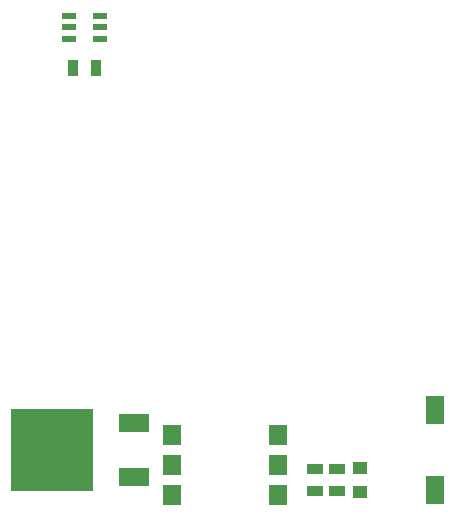
<source format=gbr>
G04 GENERATED BY PULSONIX 12.5 GERBER.DLL 9449*
G04 #@! TF.GenerationSoftware,Pulsonix,Pulsonix,12.5.9449*
G04 #@! TF.CreationDate,2024-10-09T20:32:21--1:00*
G04 #@! TF.Part,Single*
%FSLAX35Y35*%
%LPD*%
%MOMM*%
G04 #@! TF.FileFunction,Paste,Top*
G04 #@! TF.FilePolarity,Positive*
G04 #@! TA.AperFunction,SMDPad,CuDef*
%ADD71R,1.40000X0.90000*%
%ADD20R,0.90000X1.40000*%
%ADD90R,1.20000X1.10000*%
%ADD105R,1.30000X0.60000*%
%ADD106R,1.50000X1.80000*%
%ADD107R,7.00000X7.00000*%
%ADD108R,2.50000X1.50000*%
%ADD110R,1.50000X2.40000*%
G04 #@! TD.AperFunction*
X0Y0D02*
D02*
D71*
X4873797Y3349295D03*
Y3539795D03*
X5064297Y3349295D03*
Y3539795D03*
D02*
D20*
X2831547Y6937045D03*
X3022047D03*
D02*
D90*
X5254797Y3339545D03*
Y3549545D03*
D02*
D105*
X2795797Y7182545D03*
Y7277545D03*
Y7372545D03*
X3057797Y7182545D03*
Y7277545D03*
Y7372545D03*
D02*
D106*
X3661797Y3317545D03*
Y3571545D03*
Y3825545D03*
X4561797Y3317545D03*
Y3571545D03*
Y3825545D03*
D02*
D107*
X2651297Y3698545D03*
D02*
D108*
X3341297Y3468545D03*
Y3928545D03*
D02*
D110*
X5889797Y3358545D03*
Y4038545D03*
X0Y0D02*
M02*

</source>
